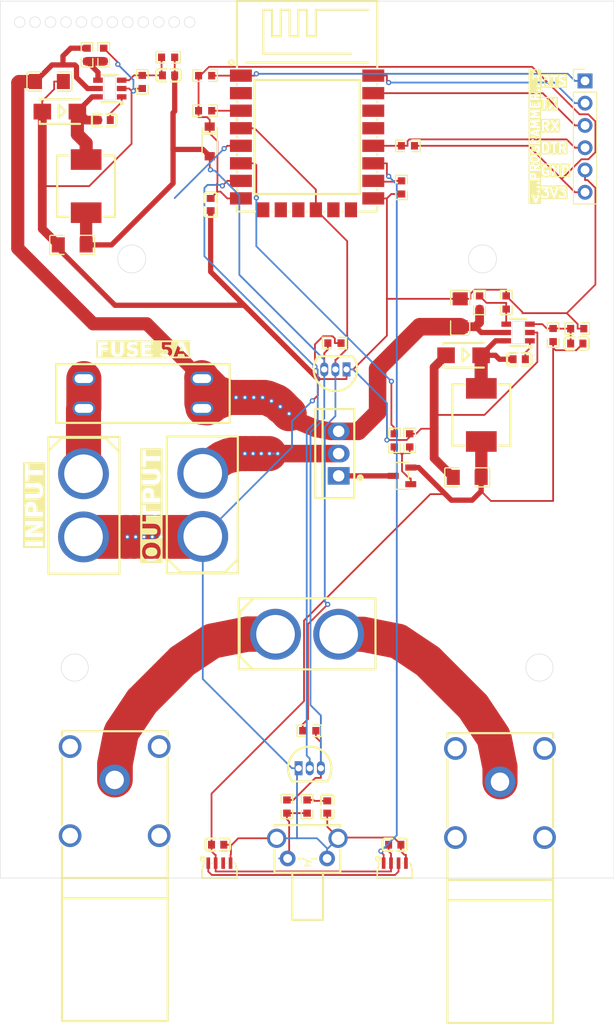
<source format=kicad_pcb>
(kicad_pcb (version 20240108) (generator "pcbnew") (generator_version "8.0")
  (layers (0 "F.Cu" signal) (31 "B.Cu" signal) (34 "B.Paste" user) (35 "F.Paste" user) (36 "B.SilkS" user "B.Silkscreen") (37 "F.SilkS" user "F.Silkscreen") (38 "B.Mask" user) (39 "F.Mask" user) (44 "Edge.Cuts" user))
  (net 0 "")
  (net 1 "Net-(D1-K)")
  (net 2 "Net-(U2-BST)")
  (net 3 "GND")
  (net 4 "/3V3")
  (net 5 "Net-(U2-FB)")
  (net 6 "/36V")
  (net 7 "/PRGM_3V3")
  (net 8 "Net-(U5-BST)")
  (net 9 "Net-(D2-K)")
  (net 10 "/5V")
  (net 11 "Net-(U5-FB)")
  (net 12 "Net-(C12-Pad2)")
  (net 17 "/XYS_NOUT")
  (net 18 "/XYS_POUT")
  (net 23 "/36V_IN")
  (net 24 "/DTR")
  (net 25 "/TXD0")
  (net 26 "/RXD0")
  (net 27 "/RTS")
  (net 28 "Net-(LED1-DOUT)")
  (net 29 "/WS_CTRL")
  (net 31 "/36V_BUCK_C")
  (net 32 "/CTRL_XYS")
  (net 33 "Net-(Q2-G)")
  (net 34 "Net-(U2-EN)")
  (net 35 "Net-(U5-EN)")
  (net 36 "/TEMP_S")
  (net 37 "/BUTTON_1")
  (net 38 "/TEMP_S2")
  (net 39 "Net-(U1-EN)")
  (net 40 "Net-(U1-GPIO15)")
  (net 41 "/CTRL_AO3400")
  (footprint "easyeda2kicad:ANT-TH_L33.0-W12.0_BLACK" (layer "F.Cu") (at 173.68 128.84 90)
    (property "Reference" "CN1" (hide yes))
    (property "Value" "24.245.2" (hide yes))
  )
  (footprint "easyeda2kicad:C0603" (layer "F.Cu") (at 161.68 134.735 180)
    (property "Reference" "C11" (hide yes))
    (property "Value" "100nF" (hide yes))
  )
  (footprint "easyeda2kicad:SOD-123_L2.8-W1.8-LS3.7-RD" (layer "F.Cu") (at 140.57 54.535 -90)
    (property "Reference" "D3" (hide yes))
    (property "Value" "1N5819" (hide yes))
  )
  (footprint "easyeda2kicad:LED-SMD_WS2812B-4020" (layer "F.Cu") (at 141.68 136.835 180)
    (property "Reference" "LED2" (hide yes))
    (property "Value" "WS2812B-4020" (hide yes))
  )
  (footprint "easyeda2kicad:C0603" (layer "F.Cu") (at 141.48 134.735 180)
    (property "Reference" "C10" (hide yes))
    (property "Value" "100nF" (hide yes))
  )
  (footprint "easyeda2kicad:ANT-TH_L33.0-W12.0_BLACK" (layer "F.Cu") (at 129.73 128.625 90)
    (property "Reference" "CN2" (hide yes))
    (property "Value" "24.245.2" (hide yes))
  )
  (footprint "easyeda2kicad:SMA_L4.2-W2.7-LS5.1-RD" (layer "F.Cu") (at 169.53 78.925 180)
    (property "Reference" "D2" (hide yes))
    (property "Value" "SS24_C908678" (hide yes))
  )
  (footprint "easyeda2kicad:C0603" (layer "F.Cu") (at 175.87 79.375 180)
    (property "Reference" "C6" (hide yes))
    (property "Value" "100nF" (hide yes))
  )
  (footprint "easyeda2kicad:IND-SMD_L7.0-W6.6_0630CDMCCDS" (layer "F.Cu") (at 126.48 59.635 90)
    (property "Reference" "L1" (hide yes))
    (property "Value" "0630 2.2uH" (hide yes))
  )
  (footprint "easyeda2kicad:R0603" (layer "F.Cu") (at 135.83 44.945 180)
    (property "Reference" "R2" (hide yes))
    (property "Value" "124k" (hide yes))
  )
  (footprint "easyeda2kicad:TO-92-3_L4.9-W3.7-P1.27-L" (layer "F.Cu") (at 154.91 80.535 180)
    (property "Reference" "U7" (hide yes))
    (property "Value" "DS18B20" (hide yes))
  )
  (footprint "easyeda2kicad:SMA_L4.2-W2.7-LS5.1-RD" (layer "F.Cu") (at 123.48 51.135 180)
    (property "Reference" "D1" (hide yes))
    (property "Value" "SS24_C908678" (hide yes))
  )
  (footprint "easyeda2kicad:WIFIM-SMD_ESP-12F-ESP8266MOD" (layer "F.Cu") (at 151.68 54.685 -90)
    (property "Reference" "U1" (hide yes))
    (property "Value" "ESP-12F(ESP8266MOD)" (hide yes))
  )
  (footprint "easyeda2kicad:TO-92-3_L4.9-W3.7-P1.27-L" (layer "F.Cu") (at 151.98 126.0168)
    (property "Reference" "U3" (hide yes))
    (property "Value" "DS18B20" (hide yes))
  )
  (footprint "easyeda2kicad:R0603" (layer "F.Cu") (at 182.49 75.885 180)
    (property "Reference" "R4" (hide yes))
    (property "Value" "24k" (hide yes))
  )
  (footprint "easyeda2kicad:SOT-23-6_L2.9-W1.6-P0.95-LS2.8-BR" (layer "F.Cu") (at 129.18 48.505)
    (property "Reference" "U2" (hide yes))
    (property "Value" "MP2451DT-LF-Z" (hide yes))
  )
  (footprint "easyeda2kicad:R0603" (layer "F.Cu") (at 171.35 72.905 90)
    (property "Reference" "R5" (hide yes))
    (property "Value" "100k" (hide yes))
  )
  (footprint "easyeda2kicad:C0603" (layer "F.Cu") (at 182.44 77.585)
    (property "Reference" "C7" (hide yes))
    (property "Value" "33pF" (hide yes))
  )
  (footprint "easyeda2kicad:R0603" (layer "F.Cu") (at 140.05 51.035 180)
    (property "Reference" "R13" (hide yes))
    (property "Value" "10K" (hide yes))
  )
  (footprint "easyeda2kicad:R0603" (layer "F.Cu") (at 163.38 88.625 -90)
    (property "Reference" "R18" (hide yes))
    (property "Value" "10k" (hide yes))
  )
  (footprint "easyeda2kicad:C0603" (layer "F.Cu") (at 135.88 47.005)
    (property "Reference" "C3" (hide yes))
    (property "Value" "33pF" (hide yes))
  )
  (footprint "easyeda2kicad:R0603" (layer "F.Cu") (at 140.05 47.035)
    (property "Reference" "R16" (hide yes))
    (property "Value" "10K" (hide yes))
  )
  (footprint "easyeda2kicad:LED-SMD_WS2812B-4020" (layer "F.Cu") (at 161.68 136.835 180)
    (property "Reference" "LED1" (hide yes))
    (property "Value" "WS2812B-4020" (hide yes))
  )
  (footprint "easyeda2kicad:C0603" (layer "F.Cu") (at 128.53 52.105 180)
    (property "Reference" "C1" (hide yes))
    (property "Value" "100nF" (hide yes))
  )
  (footprint "easyeda2kicad:R0603" (layer "F.Cu") (at 126.58 44.655 -90)
    (property "Reference" "R3" (hide yes))
    (property "Value" "100k" (hide yes))
  )
  (footprint "easyeda2kicad:R0603" (layer "F.Cu") (at 162.45 59.785 -90)
    (property "Reference" "R14" (hide yes))
    (property "Value" "10K" (hide yes))
  )
  (footprint "easyeda2kicad:C1206" (layer "F.Cu") (at 122.29 47.705)
    (property "Reference" "C4" (hide yes))
    (property "Value" "4.7uF" (hide yes))
  )
  (footprint "easyeda2kicad:R0603" (layer "F.Cu") (at 154.8 77.535)
    (property "Reference" "R6" (hide yes))
    (property "Value" "4k7" (hide yes))
  )
  (footprint "Connector_PinHeader_2.54mm:PinHeader_1x06_P2.54mm_Vertical" (layer "F.Cu") (at 183.38 47.635)
    (property "Reference" "J1" (hide yes))
    (property "Value" "PROGRAMMER" (hide yes))
  )
  (footprint "easyeda2kicad:C0603" (layer "F.Cu") (at 140.68 61.735 90)
    (property "Reference" "C5" (hide yes))
    (property "Value" "100nF" (hide yes))
  )
  (footprint "easyeda2kicad:R0603" (layer "F.Cu") (at 149.38 130.385 -90)
    (property "Reference" "R8" (hide yes))
    (property "Value" "10K" (hide yes))
  )
  (footprint "easyeda2kicad:C1206" (layer "F.Cu") (at 169.14 74.075 90)
    (property "Reference" "C13" (hide yes))
    (property "Value" "4.7uF" (hide yes))
  )
  (footprint "easyeda2kicad:TO-220-3_L10.0-W4.5-P2.54-T" (layer "F.Cu") (at 155.28 90.135 180)
    (property "Reference" "Q1" (hide yes))
    (property "Value" "IRL540NPBF" (hide yes))
  )
  (footprint "easyeda2kicad:CONN-TH_XT60" (layer "F.Cu") (at 139.78 95.985 90)
    (property "Reference" "U6" (hide yes))
    (property "Value" "XT60" (hide yes))
  )
  (footprint "easyeda2kicad:SW-TH_BBJ" (layer "F.Cu") (at 151.71 135.1525)
    (property "Reference" "SW1" (hide yes))
    (property "Value" "Button-6x6x9-Right-Angle" (hide yes))
  )
  (footprint "easyeda2kicad:R0603" (layer "F.Cu") (at 179.74 76.615 90)
    (property "Reference" "R7" (hide yes))
    (property "Value" "124k" (hide yes))
  )
  (footprint "easyeda2kicad:R0603" (layer "F.Cu") (at 151.93 121.735 180)
    (property "Reference" "R12" (hide yes))
    (property "Value" "4k7" (hide yes))
  )
  (footprint "easyeda2kicad:IND-SMD_L7.0-W6.6_0630CDMCCDS" (layer "F.Cu") (at 171.55 85.725 90)
    (property "Reference" "L3" (hide yes))
    (property "Value" "0630 3.3uH" (hide yes))
  )
  (footprint "easyeda2kicad:C0603" (layer "F.Cu") (at 153.98 130.435 90)
    (property "Reference" "C12" (hide yes))
    (property "Value" "100nF" (hide yes))
  )
  (footprint "easyeda2kicad:C1206" (layer "F.Cu") (at 169.94 92.845 180)
    (property "Reference" "C8" (hide yes))
    (property "Value" "10uF" (hide yes))
  )
  (footprint "easyeda2kicad:R0603" (layer "F.Cu") (at 174.39 72.905 -90)
    (property "Reference" "R10" (hide yes))
    (property "Value" "100k" (hide yes))
  )
  (footprint "easyeda2kicad:SOT-23-6_L2.9-W1.6-P0.95-LS2.8-BR" (layer "F.Cu") (at 175.74 76.325)
    (property "Reference" "U5" (hide yes))
    (property "Value" "MP2451DT-LF-Z" (hide yes))
  )
  (footprint "easyeda2kicad:C1206" (layer "F.Cu") (at 124.89 66.335 180)
    (property "Reference" "C2" (hide yes))
    (property "Value" "10uF" (hide yes))
  )
  (footprint "easyeda2kicad:FUSE-TH_XF-508P-A-B" (layer "F.Cu") (at 132.95 83.285)
    (property "Reference" "FUSE1" (hide yes))
    (property "Value" "XF-508P-A-B" (hide yes))
  )
  (footprint "easyeda2kicad:R0603" (layer "F.Cu") (at 128.48 44.655 -90)
    (property "Reference" "R11" (hide yes))
    (property "Value" "100k" (hide yes))
  )
  (footprint "easyeda2kicad:R0603" (layer "F.Cu") (at 161.63 88.625 90)
    (property "Reference" "R17" (hide yes))
    (property "Value" "1k" (hide yes))
  )
  (footprint "easyeda2kicad:SOT-23-3_L2.9-W1.3-P1.90-LS2.4-BR" (layer "F.Cu") (at 162.505 92.675)
    (property "Reference" "Q2" (hide yes))
    (property "Value" "AO3400" (hide yes))
  )
  (footprint "easyeda2kicad:R0603" (layer "F.Cu") (at 151.68 130.385 -90)
    (property "Reference" "R9" (hide yes))
    (property "Value" "10K" (hide yes))
  )
  (footprint "easyeda2kicad:R0603" (layer "F.Cu") (at 132.88 47.755 90)
    (property "Reference" "R1" (hide yes))
    (property "Value" "40k" (hide yes))
  )
  (footprint "easyeda2kicad:CONN-TH_XT60" (layer "F.Cu") (at 126.18 96.035 -90)
    (property "Reference" "U4" (hide yes))
    (property "Value" "XT60" (hide yes))
  )
  (footprint "easyeda2kicad:CONN-TH_XT60" (layer "F.Cu") (at 151.68 110.735)
    (property "Reference" "U8" (hide yes))
    (property "Value" "XT60" (hide yes))
  )
  (footprint "easyeda2kicad:R0603" (layer "F.Cu") (at 163.18 55.035 180)
    (property "Reference" "R15" (hide yes))
    (property "Value" "10K" (hide yes))
  )
  (gr_circle (center 129.469338 40.935) (end 130.069338 41.035) (stroke (width 0.05)) (fill none) (layer "Edge.Cuts"))
  (gr_circle (center 138.28 40.935) (end 138.88 41.035) (stroke (width 0.05)) (fill none) (layer "Edge.Cuts"))
  (gr_circle (center 125.18 114.535) (end 126.73 114.535) (stroke (width 0.05)) (fill none) (layer "Edge.Cuts"))
  (gr_circle (center 118.896552 40.935) (end 119.496552 41.035) (stroke (width 0.05)) (fill none) (layer "Edge.Cuts"))
  (gr_rect (start 175.07 75.055) (end 176.43 77.595) (stroke (width 0.05)) (fill none) (layer "Edge.Cuts"))
  (gr_circle (center 134.755731 40.935) (end 135.355731 41.035) (stroke (width 0.05)) (fill none) (layer "Edge.Cuts"))
  (gr_circle (center 132.9936 40.935) (end 133.5936 41.035) (stroke (width 0.05)) (fill none) (layer "Edge.Cuts"))
  (gr_rect (start 116.68 38.535) (end 186.68 138.535) (stroke (width 0.05)) (fill none) (layer "Edge.Cuts"))
  (gr_circle (center 122.420814 40.935) (end 123.020814 41.035) (stroke (width 0.05)) (fill none) (layer "Edge.Cuts"))
  (gr_circle (center 136.517862 40.935) (end 137.117862 41.035) (stroke (width 0.05)) (fill none) (layer "Edge.Cuts"))
  (gr_circle (center 171.68 67.935) (end 173.28 67.935) (stroke (width 0.05)) (fill none) (layer "Edge.Cuts"))
  (gr_circle (center 178.18 114.535) (end 179.73 114.535) (stroke (width 0.05)) (fill none) (layer "Edge.Cuts"))
  (gr_circle (center 131.231469 40.935) (end 131.831469 41.035) (stroke (width 0.05)) (fill none) (layer "Edge.Cuts"))
  (gr_circle (center 125.945076 40.935) (end 126.545076 41.035) (stroke (width 0.05)) (fill none) (layer "Edge.Cuts"))
  (gr_rect (start 128.51 47.165) (end 129.82 49.805) (stroke (width 0.05)) (fill none) (layer "Edge.Cuts"))
  (gr_circle (center 131.68 67.935) (end 133.28 67.935) (stroke (width 0.05)) (fill none) (layer "Edge.Cuts"))
  (gr_circle (center 124.182945 40.935) (end 124.782945 41.035) (stroke (width 0.05)) (fill none) (layer "Edge.Cuts"))
  (gr_circle (center 127.707207 40.935) (end 128.307207 41.035) (stroke (width 0.05)) (fill none) (layer "Edge.Cuts"))
  (gr_circle (center 120.658683 40.935) (end 121.258683 41.035) (stroke (width 0.05)) (fill none) (layer "Edge.Cuts"))
  (gr_text "FUSE 5A" (at 132.9 79.335 0) (layer "F.SilkS" knockout) (effects (font (size 1.6 1.6) (thickness 0.24) (bold yes)) (justify bottom)))
  (gr_text "TX" (at 178.18 50.935 0) (layer "F.SilkS" knockout) (effects (font (size 1.1 1.1) (thickness 0.22) (bold yes)) (justify left bottom)))
  (gr_text "INPUT" (at 121.88 96.135 90) (layer "F.SilkS" knockout) (effects (font (size 2 2) (thickness 0.3) (bold yes)) (justify bottom)))
  (gr_text "OUTPUT" (at 135.28 96.135 90) (layer "F.SilkS" knockout) (effects (font (size 2 2) (thickness 0.3) (bold yes)) (justify bottom)))
  (gr_text "RX" (at 178.18 53.435 0) (layer "F.SilkS" knockout) (effects (font (size 1.1 1.1) (thickness 0.22) (bold yes)) (justify left bottom)))
  (gr_text "RTS" (at 178.18 48.335 0) (layer "F.SilkS" knockout) (effects (font (size 1.1 1.1) (thickness 0.22) (bold yes)) (justify left bottom)))
  (gr_text "GND" (at 178.18 58.535 0) (layer "F.SilkS" knockout) (effects (font (size 1.1 1.1) (thickness 0.22) (bold yes)) (justify left bottom)))
  (gr_text "3V3" (at 178.18 61.035 0) (layer "F.SilkS" knockout) (effects (font (size 1.1 1.1) (thickness 0.22) (bold yes)) (justify left bottom)))
  (gr_text "DTR " (at 178.18 55.935 0) (layer "F.SilkS" knockout) (effects (font (size 1.1 1.1) (thickness 0.22) (bold yes)) (justify left bottom)))
  (gr_text "<...PROGRAMMER...>" (at 178.28 61.835 90) (layer "F.SilkS" knockout) (effects (font (size 1 1) (thickness 0.2) (bold yes)) (justify left bottom)))
  (segment (start 126.45 52.105) (end 125.48 51.135) (width 1) (layer "F.Cu") (net 1))
  (segment (start 125.48 51.135) (end 125.48 53.725) (width 1.5) (layer "F.Cu") (net 1))
  (segment (start 127.16 49.455) (end 125.48 51.135) (width 0.6) (layer "F.Cu") (net 1))
  (segment (start 126.48 54.725) (end 126.48 56.605) (width 1.5) (layer "F.Cu") (net 1))
  (segment (start 127.83 52.105) (end 126.45 52.105) (width 1) (layer "F.Cu") (net 1))
  (segment (start 127.83 49.455) (end 127.16 49.455) (width 0.6) (layer "F.Cu") (net 1))
  (segment (start 125.48 53.725) (end 126.48 54.725) (width 1.5) (layer "F.Cu") (net 1))
  (segment (start 130.53 50.053) (end 129.678 50.905) (width 0.2) (layer "F.Cu") (net 2))
  (segment (start 130.53 49.455) (end 130.53 50.053) (width 0.2) (layer "F.Cu") (net 2))
  (segment (start 129.678 50.905) (end 129.23 51.3533) (width 0.2) (layer "F.Cu") (net 2))
  (segment (start 129.23 51.3533) (end 129.23 52.105) (width 0.2) (layer "F.Cu") (net 2))
  (segment (start 162.95 135.883) (end 162.777 135.883) (width 0.2) (layer "F.Cu") (net 3))
  (segment (start 142.99 134.843) (end 142.99 135.844) (width 0.2) (layer "F.Cu") (net 3))
  (segment (start 121.48 59.635) (end 121.48 64.515) (width 1) (layer "F.Cu") (net 3))
  (segment (start 155.21 134.002) (end 155.21 134.0025) (width 0.2) (layer "F.Cu") (net 3))
  (segment (start 177.942 79.69) (end 171.907 85.725) (width 0.2) (layer "F.Cu") (net 3))
  (segment (start 143.83 134.002) (end 142.99 134.843) (width 0.2) (layer "F.Cu") (net 3))
  (segment (start 161.562 133.918) (end 162.38 134.735) (width 0.2) (layer "F.Cu") (net 3))
  (segment (start 139.78 99.585) (end 139.712 99.585) (width 0.2) (layer "F.Cu") (net 3))
  (segment (start 129.88 99.635) (end 126.18 99.635) (width 5) (layer "F.Cu") (net 3))
  (segment (start 130.88 99.635) (end 131.142 99.635) (width 5) (layer "F.Cu") (net 3))
  (segment (start 131.382 48.505) (end 130.53 48.505) (width 0.2) (layer "F.Cu") (net 3))
  (segment (start 181.3 74.1212) (end 182.533 75.355) (width 0.2) (layer "F.Cu") (net 3))
  (segment (start 162.95 136.835) (end 162.95 135.883) (width 0.2) (layer "F.Cu") (net 3))
  (segment (start 130.092 45.5175) (end 130.092 45.7464) (width 0.2) (layer "F.Cu") (net 3))
  (segment (start 171.907 85.725) (end 166.17 85.725) (width 0.2) (layer "F.Cu") (net 3))
  (segment (start 142.882 134.735) (end 142.18 134.735) (width 0.2) (layer "F.Cu") (net 3))
  (segment (start 134.98 99.635) (end 134.942 99.635) (width 0.2) (layer "F.Cu") (net 3))
  (segment (start 183.668 58.9467) (end 184.564 59.8429) (width 0.2) (layer "F.Cu") (net 3))
  (segment (start 184.564 59.8429) (end 184.564 70.8566) (width 0.2) (layer "F.Cu") (net 3))
  (segment (start 126.826 59.635) (end 131.657 54.8047) (width 0.2) (layer "F.Cu") (net 3))
  (segment (start 131.233 73.2209) (end 129.7659 73.2209) (width 0.6) (layer "F.Cu") (net 3))
  (segment (start 133.968 99.635) (end 133.08 99.635) (width 5) (layer "F.Cu") (net 3))
  (segment (start 159.23 61.035) (end 160.782 61.035) (width 0.2) (layer "F.Cu") (net 3))
  (segment (start 135.68 99.635) (end 134.98 99.635) (width 0.2) (layer "F.Cu") (net 3))
  (segment (start 123.3 66.755) (end 123.3 66.335) (width 0.6) (layer "F.Cu") (net 3))
  (segment (start 144.504 73.2209) (end 143.38 73.2209) (width 0.6) (layer "F.Cu") (net 3))
  (segment (start 170.307 72.485) (end 170.307 71.918) (width 0.2) (layer "F.Cu") (net 3))
  (segment (start 129.7659 73.2209) (end 123.3 66.755) (width 0.6) (layer "F.Cu") (net 3))
  (segment (start 122.833 47.705) (end 123.88 47.705) (width 0.2) (layer "F.Cu") (net 3))
  (segment (start 160.782 72.485) (end 160.782 61.035) (width 0.2) (layer "F.Cu") (net 3))
  (segment (start 133.08 99.635) (end 132.83 99.635) (width 5) (layer "F.Cu") (net 3))
  (segment (start 164.112 87.875) (end 163.746 87.875) (width 0.2) (layer "F.Cu") (net 3))
  (segment (start 140.68 62.435) (end 140.68 69.3968) (width 0.6) (layer "F.Cu") (net 3))
  (segment (start 148.21 134.0025) (end 148.21 134.002) (width 0.2) (layer "F.Cu") (net 3))
  (segment (start 131.657 54.8047) (end 131.657 48.78) (width 0.2) (layer "F.Cu") (net 3))
  (segment (start 160.782 76.685) (end 156.932 80.535) (width 0.2) (layer "F.Cu") (net 3))
  (segment (start 133.968 99.635) (end 134.03 99.635) (width 0.2) (layer "F.Cu") (net 3))
  (segment (start 183.38 58.9467) (end 183.668 58.9467) (width 0.2) (layer "F.Cu") (net 3))
  (segment (start 176.238 74.1212) (end 181.3 74.1212) (width 0.2) (layer "F.Cu") (net 3))
  (segment (start 163.746 87.875) (end 163.38 87.875) (width 0.2) (layer "F.Cu") (net 3))
  (segment (start 131.18 99.635) (end 131.142 99.635) (width 0.2) (layer "F.Cu") (net 3))
  (segment (start 131.657 48.78) (end 131.382 48.505) (width 0.2) (layer "F.Cu") (net 3))
  (segment (start 162.777 135.883) (end 162.38 135.487) (width 0.2) (layer "F.Cu") (net 3))
  (segment (start 139.712 99.585) (end 139.662 99.635) (width 0.2) (layer "F.Cu") (net 3))
  (segment (start 121.48 59.635) (end 126.826 59.635) (width 0.2) (layer "F.Cu") (net 3))
  (segment (start 155.21 133.918) (end 161.562 133.918) (width 0.2) (layer "F.Cu") (net 3))
  (segment (start 121.48 51.135) (end 121.48 49.9333) (width 0.2) (layer "F.Cu") (net 3))
  (segment (start 122.833 48.58) (end 122.833 47.705) (width 0.2) (layer "F.Cu") (net 3))
  (segment (start 160.782 72.485) (end 160.782 76.685) (width 0.2) (layer "F.Cu") (net 3))
  (segment (start 166.17 87.2975) (end 166.17 90.665) (width 1) (layer "F.Cu") (net 3))
  (segment (start 134.73 99.635) (end 134.942 99.635) (width 5) (layer "F.Cu") (net 3))
  (segment (start 142.99 134.843) (end 142.882 134.735) (width 0.2) (layer "F.Cu") (net 3))
  (segment (start 121.48 64.515) (end 123.3 66.335) (width 1) (layer "F.Cu") (net 3))
  (segment (start 183.38 57.795) (end 183.38 58.9467) (width 0.2) (layer "F.Cu") (net 3))
  (segment (start 156.18 81.6367) (end 152.92 81.6367) (width 0.2) (layer "F.Cu") (net 3))
  (segment (start 155.21 134.002) (end 155.21 133.918) (width 0.2) (layer "F.Cu") (net 3))
  (segment (start 166.17 80.285) (end 166.17 85.725) (width 1) (layer "F.Cu") (net 3))
  (segment (start 166.17 85.725) (end 166.17 87.2975) (width 1) (layer "F.Cu") (net 3))
  (segment (start 162.45 60.535) (end 161.282 60.535) (width 0.2) (layer "F.Cu") (net 3))
  (segment (start 176.238 74.0033) (end 176.238 74.1212) (width 0.2) (layer "F.Cu") (net 3))
  (segment (start 164.689 87.2975) (end 164.112 87.875) (width 0.2) (layer "F.Cu") (net 3))
  (segment (start 121.48 49.9333) (end 122.833 48.58) (width 0.2) (layer "F.Cu") (net 3))
  (segment (start 182.533 75.355) (end 182.533 75.885) (width 0.2) (layer "F.Cu") (net 3))
  (segment (start 131.98 99.635) (end 132.13 99.635) (width 0.2) (layer "F.Cu") (net 3))
  (segment (start 152.92 83.4775) (end 152.286 84.1109) (width 0.2) (layer "F.Cu") (net 3))
  (segment (start 169.14 72.485) (end 170.307 72.485) (width 0.2) (layer "F.Cu") (net 3))
  (segment (start 170.776 71.4483) (end 174.39 71.4483) (width 0.2) (layer "F.Cu") (net 3))
  (segment (start 121.48 51.135) (end 121.48 59.635) (width 1) (layer "F.Cu") (net 3))
  (segment (start 132.148 48.505) (end 131.873 48.78) (width 0.2) (layer "F.Cu") (net 3))
  (segment (start 174.39 72.155) (end 176.238 74.0033) (width 0.2) (layer "F.Cu") (net 3))
  (segment (start 132.88 48.505) (end 132.148 48.505) (width 0.2) (layer "F.Cu") (net 3))
  (segment (start 161.282 60.535) (end 160.782 61.035) (width 0.2) (layer "F.Cu") (net 3))
  (segment (start 156.18 80.535) (end 156.18 81.6367) (width 0.2) (layer "F.Cu") (net 3))
  (segment (start 140.68 69.3968) (end 143.942 72.6588) (width 0.6) (layer "F.Cu") (net 3))
  (segment (start 132.13 99.635) (end 132.83 99.635) (width 0.2) (layer "F.Cu") (net 3))
  (segment (start 139.662 99.635) (end 135.68 99.635) (width 5) (layer "F.Cu") (net 3))
  (segment (start 174.39 71.4483) (end 174.39 72.155) (width 0.2) (layer "F.Cu") (net 3))
  (segment (start 148.21 134.002) (end 143.83 134.002) (width 0.2) (layer "F.Cu") (net 3))
  (segment (start 169.14 72.485) (end 160.782 72.485) (width 0.2) (layer "F.Cu") (net 3))
  (segment (start 131.98 99.635) (end 131.93 99.635) (width 5) (layer "F.Cu") (net 3))
  (segment (start 166.17 90.665) (end 168.35 92.845) (width 1) (layer "F.Cu") (net 3))
  (segment (start 162.38 135.487) (end 162.38 134.735) (width 0.2) (layer "F.Cu") (net 3))
  (segment (start 163.746 87.875) (end 163.039 88.5817) (width 0.2) (layer "F.Cu") (net 3))
  (segment (start 163.039 88.5817) (end 160.786 88.5817) (width 0.2) (layer "F.Cu") (net 3))
  (segment (start 177.09 76.325) (end 177.942 76.325) (width 0.2) (layer "F.Cu") (net 3))
  (segment (start 182.533 75.885) (end 183.24 75.885) (width 0.2) (layer "F.Cu") (net 3))
  (segment (start 167.53 78.925) (end 166.17 80.285) (width 1) (layer "F.Cu") (net 3))
  (segment (start 177.942 76.325) (end 177.942 79.69) (width 0.2) (layer "F.Cu") (net 3))
  (segment (start 170.307 71.918) (end 170.776 71.4483) (width 0.2) (layer "F.Cu") (net 3))
  (segment (start 129.88 99.635) (end 130.88 99.635) (width 0.2) (layer "F.Cu") (net 3))
  (segment (start 156.932 80.535) (end 156.18 80.535) (width 0.2) (layer "F.Cu") (net 3))
  (segment (start 142.99 135.844) (end 142.95 135.883) (width 0.2) (layer "F.Cu") (net 3))
  (segment (start 143.942 72.6588) (end 152.92 81.6367) (width 0.6) (layer "F.Cu") (net 3))
  (segment (start 153.98 132.688) (end 153.98 131.135) (width 0.2) (layer "F.Cu") (net 3))
  (segment (start 142.95 135.883) (end 142.95 136.835) (width 0.2) (layer "F.Cu") (net 3))
  (segment (start 134.03 99.635) (end 134.73 99.635) (width 0.2) (layer "F.Cu") (net 3))
  (segment (start 131.873 48.78) (end 131.657 48.78) (width 0.2) (layer "F.Cu") (net 3))
  (segment (start 166.17 87.2975) (end 164.689 87.2975) (width 0.2) (layer "F.Cu") (net 3))
  (segment (start 143.38 73.2209) (end 131.233 73.2209) (width 0.6) (layer "F.Cu") (net 3))
  (segment (start 128.48 43.905) (end 130.092 45.5175) (width 0.2) (layer "F.Cu") (net 3))
  (segment (start 155.21 133.918) (end 153.98 132.688) (width 0.2) (layer "F.Cu") (net 3))
  (segment (start 152.92 81.6367) (end 152.92 83.4775) (width 0.2) (layer "F.Cu") (net 3))
  (segment (start 131.93 99.635) (end 131.18 99.635) (width 0.2) (layer "F.Cu") (net 3))
  (segment (start 184.564 70.8566) (end 181.3 74.1212) (width 0.2) (layer "F.Cu") (net 3))
  (via (at 131.873 48.78) (size 0.6) (drill 0.3) (layers "F.Cu" "B.Cu") (net 3))
  (via (at 130.092 45.7464) (size 0.6) (drill 0.3) (layers "F.Cu" "B.Cu") (net 3))
  (via (at 134.03 99.635) (size 0.6) (drill 0.3) (layers "F.Cu" "B.Cu") (net 3))
  (via (at 131.18 99.635) (size 0.6) (drill 0.3) (layers "F.Cu" "B.Cu") (net 3))
  (via (at 134.98 99.635) (size 0.6) (drill 0.3) (layers "F.Cu" "B.Cu") (net 3))
  (via (at 160.786 88.5817) (size 0.6) (drill 0.3) (layers "F.Cu" "B.Cu") (net 3))
  (via (at 132.13 99.635) (size 0.6) (drill 0.3) (layers "F.Cu" "B.Cu") (net 3))
  (via (at 152.286 84.1109) (size 0.6) (drill 0.3) (layers "F.Cu" "B.Cu") (net 3))
  (via (at 133.08 99.635) (size 0.6) (drill 0.3) (layers "F.Cu" "B.Cu") (net 3))
  (segment (start 149.965 89.4001) (end 139.78 99.585) (width 0.2) (layer "B.Cu") (net 3))
  (segment (start 139.78 115.838) (end 139.78 99.585) (width 0.2) (layer "B.Cu") (net 3))
  (segment (start 150.528 126.017) (end 149.958 126.017) (width 0.2) (layer "B.Cu") (net 3))
  (segment (start 155.2098 134.0022) (end 155.21 134.002) (width 0.2) (layer "B.Cu") (net 3))
  (segment (start 153.96 136.3025) (end 153.96 136.302) (width 0.2) (layer "B.Cu") (net 3))
  (segment (start 150.7098 126.017) (end 150.528 126.017) (width 0.2) (layer "B.Cu") (net 3))
  (segment (start 156.18 80.535) (end 156.932 80.535) (width 0.2) (layer "B.Cu") (net 3))
  (segment (start 154.06 135.152) (end 155.2098 134.0022) (width 0.2) (layer "B.Cu") (net 3))
  (segment (start 153.96 135.152) (end 153.96 136.302) (width 0.2) (layer "B.Cu") (net 3))
  (segment (start 150.528 134.002) (end 152.81 134.002) (width 0.2) (layer "B.Cu") (net 3))
  (segment (start 150.71 126.017) (end 150.7098 126.017) (width 0.2) (layer "B.Cu") (net 3))
  (segment (start 148.21 134.002) (end 150.528 134.002) (width 0.2) (layer "B.Cu") (net 3))
  (segment (start 152.286 84.1109) (end 149.965 86.4325) (width 0.2) (layer "B.Cu") (net 3))
  (segment (start 153.96 135.152) (end 154.06 135.152) (width 0.2) (layer "B.Cu") (net 3))
  (segment (start 131.873 47.5269) (end 131.873 48.78) (width 0.2) (layer "B.Cu") (net 3))
  (segment (start 150.528 126.017) (end 150.528 134.002) (width 0.2) (layer "B.Cu") (net 3))
  (segment (start 150.7098 126.017) (end 150.71 126.0168) (width 0.2) (layer "B.Cu") (net 3))
  (segment (start 155.21 134.0025) (end 155.2098 134.0023) (width 0.2) (layer "B.Cu") (net 3))
  (segment (start 155.2098 134.0023) (end 155.2098 134.0022) (width 0.2) (layer "B.Cu") (net 3))
  (segment (start 160.786 84.3895) (end 160.786 88.5817) (width 0.2) (layer "B.Cu") (net 3))
  (segment (start 130.092 45.7464) (end 131.873 47.5269) (width 0.2) (layer "B.Cu") (net 3))
  (segment (start 152.81 134.002) (end 153.96 135.152) (width 0.2) (layer "B.Cu") (net 3))
  (segment (start 149.965 86.4325) (end 149.965 89.4001) (width 0.2) (layer "B.Cu") (net 3))
  (segment (start 148.21 134.0025) (end 148.21 134.002) (width 0.2) (layer "B.Cu") (net 3))
  (segment (start 149.958 126.017) (end 139.78 115.838) (width 0.2) (layer "B.Cu") (net 3))
  (segment (start 156.932 80.535) (end 160.786 84.3895) (width 0.2) (layer "B.Cu") (net 3))
  (segment (start 153.25 123.037) (end 152.68 122.467) (width 0.2) (layer "F.Cu") (net 4))
  (segment (start 153.25 127.118) (end 153.25 126.0168) (width 0.2) (layer "F.Cu") (net 4))
  (segment (start 149.38 129.635) (end 150.112 129.635) (width 0.2) (layer "F.Cu") (net 4))
  (segment (start 136.58 47.005) (end 136.58 44.945) (width 0.2) (layer "F.Cu") (net 4))
  (segment (start 153.64 78.6767) (end 153.64 80.535) (width 0.2) (layer "F.Cu") (net 4))
  (segment (start 140.57 56.225) (end 139.793 55.4483) (width 0.6) (layer "F.Cu") (net 4))
  (segment (start 152.68 122.467) (end 152.68 121.735) (width 0.2) (layer "F.Cu") (net 4))
  (segment (start 154.05 78.2667) (end 153.64 78.6767) (width 0.2) (layer "F.Cu") (net 4))
  (segment (start 136.395 51.2733) (end 136.58 51.0883) (width 0.6) (layer "F.Cu") (net 4))
  (segment (start 129.38 66.335) (end 136.395 59.32) (width 0.6) (layer "F.Cu") (net 4))
  (segment (start 136.395 55.4483) (end 136.395 51.2733) (width 0.6) (layer "F.Cu") (net 4))
  (segment (start 152.628 127.118) (end 153.25 127.118) (width 0.2) (layer "F.Cu") (net 4))
  (segment (start 136.58 51.0883) (end 136.58 47.005) (width 0.6) (layer "F.Cu") (net 4))
  (segment (start 139.793 55.4483) (end 136.395 55.4483) (width 0.6) (layer "F.Cu") (net 4))
  (segment (start 126.48 66.335) (end 126.48 62.665) (width 1.4) (layer "F.Cu") (net 4))
  (segment (start 140.57 57.6852) (end 140.653 57.7685) (width 0.2) (layer "F.Cu") (net 4))
  (segment (start 136.395 55.4483) (end 136.395 51.2733) (width 0.6) (layer "F.Cu") (net 4))
  (segment (start 140.57 56.225) (end 140.57 57.6852) (width 0.2) (layer "F.Cu") (net 4))
  (segment (start 126.48 66.335) (end 129.38 66.335) (width 0.6) (layer "F.Cu") (net 4))
  (segment (start 153.25 126.0168) (end 153.25 123.037) (width 0.2) (layer "F.Cu") (net 4))
  (segment (start 154.05 77.535) (end 154.05 78.2667) (width 0.2) (layer "F.Cu") (net 4))
  (segment (start 136.395 59.32) (end 136.395 55.4483) (width 0.6) (layer "F.Cu") (net 4))
  (segment (start 150.112 129.635) (end 152.628 127.118) (width 0.2) (layer "F.Cu") (net 4))
  (via (at 140.653 57.7685) (size 0.6) (drill 0.3) (layers "F.Cu" "B.Cu") (net 4))
  (segment (start 153.64 86.1266) (end 152.067 87.7) (width 0.2) (layer "B.Cu") (net 4))
  (segment (start 153.64 80.535) (end 153.64 79.4333) (width 0.2) (layer "B.Cu") (net 4))
  (segment (start 143.954 60.6726) (end 141.133 57.8518) (width 0.2) (layer "B.Cu") (net 4))
  (segment (start 140.736 57.8518) (end 140.736 57.8517) (width 0.2) (layer "B.Cu") (net 4))
  (segment (start 153.64 80.535) (end 153.64 86.1266) (width 0.2) (layer "B.Cu") (net 4))
  (segment (start 153.25 120.002) (end 153.25 126.0168) (width 0.2) (layer "B.Cu") (net 4))
  (segment (start 153.25 126.0168) (end 153.25 126.017) (width 0.2) (layer "B.Cu") (net 4))
  (segment (start 152.067 118.819) (end 153.25 120.002) (width 0.2) (layer "B.Cu") (net 4))
  (segment (start 141.133 57.8518) (end 140.736 57.8518) (width 0.2) (layer "B.Cu") (net 4))
  (segment (start 152.067 87.7) (end 152.067 118.819) (width 0.2) (layer "B.Cu") (net 4))
  (segment (start 140.736 57.8517) (end 140.653 57.7685) (width 0.2) (layer "B.Cu") (net 4))
  (segment (start 153.64 79.4333) (end 143.954 69.7473) (width 0.2) (layer "B.Cu") (net 4))
  (segment (start 143.954 69.7473) (end 143.954 60.6726) (width 0.2) (layer "B.Cu") (net 4))
  (segment (start 135.08 47.005) (end 132.88 47.005) (width 0.2) (layer "F.Cu") (net 5))
  (segment (start 135.08 47.005) (end 135.18 47.005) (width 0.2) (layer "F.Cu") (net 5))
  (segment (start 132.88 47.005) (end 131.932 47.005) (width 0.2) (layer "F.Cu") (net 5))
  (segment (start 131.382 47.555) (end 130.53 47.555) (width 0.2) (layer "F.Cu") (net 5))
  (segment (start 135.08 44.945) (end 135.08 47.005) (width 0.2) (layer "F.Cu") (net 5))
  (segment (start 131.932 47.005) (end 131.382 47.555) (width 0.2) (layer "F.Cu") (net 5))
  (segment (start 133.395 75.335) (end 139.68 81.6197) (width 1.5) (layer "F.Cu") (net 6))
  (segment (start 147.725 84.0343) (end 147.732 84.0374) (width 4) (layer "F.Cu") (net 6))
  (segment (start 147.709 84.028) (end 147.725 84.0343) (width 4) (layer "F.Cu") (net 6))
  (segment (start 139.68 84.9846) (end 139.68 84.985) (width 0.2) (layer "F.Cu") (net 6))
  (segment (start 149.599 85.5538) (end 149.586 85.5412) (width 4) (layer "F.Cu") (net 6))
  (segment (start 140.845 84.837) (end 141.405 84.277) (width 0.2) (layer "F.Cu") (net 6))
  (segment (start 142.48 83.735) (end 142.314 83.9007) (width 0.2) (layer "F.Cu") (net 6))
  (segment (start 169.14 75.665) (end 164.54 75.665) (width 2) (layer "F.Cu") (net 6))
  (segment (start 148.118 84.1973) (end 148.131 84.2025) (width 4) (layer "F.Cu") (net 6))
  (segment (start 159.72 85.415) (end 157.54 87.595) (width 2) (layer "F.Cu") (net 6))
  (segment (start 148.137 84.2049) (end 148.141 84.2068) (width 4) (layer "F.Cu") (net 6))
  (segment (start 145.597 83.735) (end 144.588 83.735) (width 4) (layer "F.Cu") (net 6))
  (segment (start 122.59 45.815) (end 123.84 45.815) (width 0.6) (layer "F.Cu") (net 6))
  (segment (start 147.823 84.0752) (end 147.854 84.0877) (width 4) (layer "F.Cu") (net 6))
  (segment (start 124.73 43.905) (end 123.84 44.795) (width 0.6) (layer "F.Cu") (net 6))
  (segment (start 170.88 75.665) (end 169.14 75.665) (width 1) (layer "F.Cu") (net 6))
  (segment (start 140.277 84.9241) (end 140.488 84.837) (width 4) (layer "F.Cu") (net 6))
  (segment (start 148.057 84.1721) (end 148.1 84.1897) (width 4) (layer "F.Cu") (net 6))
  (segment (start 148.1 84.1897) (end 148.118 84.1973) (width 4) (layer "F.Cu") (net 6))
  (segment (start 140.488 84.837) (end 140.845 84.837) (width 0.2) (layer "F.Cu") (net 6))
  (segment (start 157.54 87.595) (end 155.28 87.595) (width 2) (layer "F.Cu") (net 6))
  (segment (start 149.619 85.5741) (end 149.616 85.5709) (width 4) (layer "F.Cu") (net 6))
  (segment (start 149.616 85.5709) (end 149.611 85.5662) (width 4) (layer "F.Cu") (net 6))
  (segment (start 139.68 81.6197) (end 139.68 81.585) (width 0.2) (layer "F.Cu") (net 6))
  (segment (start 147.763 84.05) (end 147.823 84.0752) (width 4) (layer "F.Cu") (net 6))
  (segment (start 118.68 47.835) (end 118.68 66.735) (width 1.5) (layer "F.Cu") (net 6))
  (segment (start 149.586 85.5412) (end 149.574 85.5288) (width 4) (layer "F.Cu") (net 6))
  (segment (start 147.702 84.0248) (end 147.709 84.028) (width 4) (layer "F.Cu") (net 6))
  (segment (start 159.72 80.485) (end 159.72 85.415) (width 2) (layer "F.Cu") (net 6))
  (segment (start 149.505 85.46) (end 148.778 84.733) (width 4) (layer "F.Cu") (net 6))
  (segment (start 120.7 47.705) (end 118.81 47.705) (width 1.5) (layer "F.Cu") (net 6))
  (segment (start 149.569 85.5241) (end 149.566 85.5209) (width 4) (layer "F.Cu") (net 6))
  (segment (start 148.674 84.629) (end 148.674 84.733) (width 0.2) (layer "F.Cu") (net 6))
  (segment (start 127.28 75.335) (end 133.395 75.335) (width 1.5) (layer "F.Cu") (net 6))
  (segment (start 148.15 84.2106) (end 148.152 84.2111) (width 4) (layer "F.Cu") (net 6))
  (segment (start 147.702 84.0248) (end 147.667 84.0483) (width 4) (layer "F.Cu") (net 6))
  (segment (start 149.628 85.5834) (end 149.63 85.585) (width 2) (layer "F.Cu") (net 6))
  (segment (start 143.147 83.735) (end 142.48 83.735) (width 0.2) (layer "F.Cu") (net 6))
  (segment (start 148.146 84.2087) (end 148.15 84.2106) (width 4) (layer "F.Cu") (net 6))
  (segment (start 118.81 47.705) (end 118.68 47.835) (width 1.5) (layer "F.Cu") (net 6))
  (segment (start 149.63 85.585) (end 149.992 85.9466) (width 2) (layer "F.Cu") (net 6))
  (segment (start 140.258 82.1632) (end 140.223 82.1632) (width 0.2) (layer "F.Cu") (net 6))
  (segment (start 142.314 83.9007) (end 141.405 84.277) (width 4) (layer "F.Cu") (net 6))
  (segment (start 145.597 83.735) (end 146.605 83.735) (width 4) (layer "F.Cu") (net 6))
  (segment (start 148.778 84.733) (end 148.674 84.733) (width 4) (layer "F.Cu") (net 6))
  (segment (start 140.488 84.837) (end 140.698 84.7499) (width 4) (layer "F.Cu") (net 6))
  (segment (start 149.563 85.5178) (end 149.553 85.5084) (width 4) (layer "F.Cu") (net 6))
  (segment (start 148.131 84.2025) (end 148.132 84.203) (width 4) (layer "F.Cu") (net 6))
  (segment (start 147.613 84.14) (end 147.64 84.1131) (width 0.2) (layer "F.Cu") (net 6))
  (segment (start 125.38 47.235) (end 126.65 48.505) (width 0.6) (layer "F.Cu") (net 6))
  (segment (start 147.64 84.1131) (end 147.667 84.0483) (width 0.2) (layer "F.Cu") (net 6))
  (segment (start 139.68 84.3759) (end 139.68 81.6887) (width 4) (layer "F.Cu") (net 6))
  (segment (start 146.605 83.735) (end 146.804 83.735) (width 4) (layer "F.Cu") (net 6))
  (segment (start 139.68 81.5475) (end 139.666 81.4754) (width 4) (layer "F.Cu") (net 6))
  (segment (start 149.611 85.5662) (end 149.599 85.5538) (width 4) (layer "F.Cu") (net 6))
  (segment (start 147.632 83.9958) (end 147.667 84.0483) (width 0.2) (layer "F.Cu") (net 6))
  (segment (start 171.54 76.325) (end 170.88 75.665) (width 0.6) (layer "F.Cu") (net 6))
  (segment (start 171.35 75.195) (end 170.88 75.665) (width 1) (layer "F.Cu") (net 6))
  (segment (start 171.35 73.655) (end 171.35 75.195) (width 1) (layer "F.Cu") (net 6))
  (segment (start 148.155 84.2125) (end 148.464 84.4189) (width 4) (layer "F.Cu") (net 6))
  (segment (start 147.732 84.0374) (end 147.763 84.05) (width 4) (layer "F.Cu") (net 6))
  (segment (start 149.992 85.9466) (end 150.825 86.5037) (width 2) (layer "F.Cu") (net 6))
  (segment (start 147.185 83.811) (end 147.632 83.9958) (width 4) (layer "F.Cu") (net 6))
  (segment (start 147.632 83.9958) (end 147.702 84.0248) (width 4) (layer "F.Cu") (net 6))
  (segment (start 147.854 84.0877) (end 147.861 84.0909) (width 4) (layer "F.Cu") (net 6))
  (segment (start 149.538 85.4928) (end 149.522 85.4772) (width 4) (layer "F.Cu") (net 6))
  (segment (start 118.68 66.735) (end 127.28 75.335) (width 1.5) (layer "F.Cu") (net 6))
  (segment (start 139.68 81.6203) (end 139.68 81.6197) (width 4) (layer "F.Cu") (net 6))
  (segment (start 148.141 84.2068) (end 148.146 84.2087) (width 4) (layer "F.Cu") (net 6))
  (segment (start 126.58 43.905) (end 124.73 43.905) (width 0.6) (layer "F.Cu") (net 6))
  (segment (start 126.65 48.505) (end 127.83 48.505) (width 0.6) (layer "F.Cu") (net 6))
  (segment (start 123.84 45.815) (end 125.19 45.815) (width 0.6) (layer "F.Cu") (net 6))
  (segment (start 140.018 84.8725) (end 140.225 84.8725) (width 0.2) (layer "F.Cu") (net 6))
  (segment (start 139.792 84.8725) (end 139.68 84.9846) (width 0.2) (layer "F.Cu") (net 6))
  (segment (start 147.907 84.1098) (end 147.954 84.1292) (width 4) (layer "F.Cu") (net 6))
  (segment (start 152.619 87.2468) (end 154.37 87.595) (width 2) (layer "F.Cu") (net 6))
  (segment (start 140.223 82.1632) (end 139.68 81.6203) (width 0.2) (layer "F.Cu") (net 6))
  (segment (start 139.792 84.8725) (end 139.68 84.7604) (width 0.2) (layer "F.Cu") (net 6))
  (segment (start 147.954 84.1292) (end 148.057 84.1721) (width 4) (layer "F.Cu") (net 6))
  (segment (start 148.464 84.4189) (end 148.674 84.629) (width 4) (layer "F.Cu") (net 6))
  (segment (start 164.54 75.665) (end 159.72 80.485) (width 2) (layer "F.Cu") (net 6))
  (segment (start 148.674 84.629) (end 148.778 84.733) (width 4) (layer "F.Cu") (net 6))
  (segment (start 154.37 87.595) (end 155.28 87.595) (width 2) (layer "F.Cu") (net 6))
  (segment (start 150.825 86.5037) (end 152.619 87.2468) (width 2) (layer "F.Cu") (net 6))
  (segment (start 149.628 85.5834) (end 149.619 85.5741) (width 4) (layer "F.Cu") (net 6))
  (segment (start 148.132 84.203) (end 148.137 84.2049) (width 4) (layer "F.Cu") (net 6))
  (segment (start 149.553 85.5084) (end 149.538 85.4928) (width 4) (layer "F.Cu") (net 6))
  (segment (start 149.566 85.5209) (end 149.563 85.5178) (width 4) (layer "F.Cu") (net 6))
  (segment (start 149.522 85.4772) (end 149.505 85.46) (width 4) (layer "F.Cu") (net 6))
  (segment (start 123.84 44.795) (end 123.84 45.815) (width 0.6) (layer "F.Cu") (net 6))
  (segment (start 147.861 84.0909) (end 147.907 84.1098) (width 4) (layer "F.Cu") (net 6))
  (segment (start 143.58 83.735) (end 144.588 83.735) (width 4) (layer "F.Cu") (net 6))
  (segment (start 125.19 45.815) (end 125.38 46.005) (width 0.6) (layer "F.Cu") (net 6))
  (segment (start 148.154 84.212) (end 148.155 84.2125) (width 4) (layer "F.Cu") (net 6))
  (segment (start 142.314 83.5693) (end 141.782 83.3492) (width 4) (layer "F.Cu") (net 6))
  (segment (start 148.674 84.733) (end 148.622 84.785) (width 0.2) (layer "F.Cu") (net 6))
  (segment (start 139.68 84.7604) (end 139.68 84.3759) (width 0.2) (layer "F.Cu") (net 6))
  (segment (start 148.152 84.2111) (end 148.154 84.212) (width 4) (layer "F.Cu") (net 6))
  (segment (start 142.48 83.735) (end 142.314 83.5693) (width 0.2) (layer "F.Cu") (net 6))
  (segment (start 139.68 81.6887) (end 139.68 81.6203) (width 0.2) (layer "F.Cu") (net 6))
  (segment (start 139.68 81.5475) (end 139.68 81.585) (width 0.2) (layer "F.Cu") (net 6))
  (segment (start 140.258 82.1632) (end 140.763 82.6681) (width 4) (layer "F.Cu") (net 6))
  (segment (start 149.574 85.5288) (end 149.569 85.5241) (width 4) (layer "F.Cu") (net 6))
  (segment (start 139.753 81.6583) (end 140.258 82.1632) (width 4) (layer "F.Cu") (net 6))
  (segment (start 139.792 84.8725) (end 140.018 84.8725) (width 4) (layer "F.Cu") (net 6))
  (segment (start 143.58 83.735) (end 143.147 83.735) (width 4) (layer "F.Cu") (net 6))
  (segment (start 120.7 47.705) (end 122.59 45.815) (width 0.6) (layer "F.Cu") (net 6))
  (segment (start 146.804 83.735) (end 147.185 83.811) (width 4) (layer "F.Cu") (net 6))
  (segment (start 125.38 46.005) (end 125.38 47.235) (width 0.6) (layer "F.Cu") (net 6))
  (segment (start 174.39 76.325) (end 171.54 76.325) (width 0.6) (layer "F.Cu") (net 6))
  (segment (start 140.225 84.8725) (end 140.277 84.9241) (width 0.2) (layer "F.Cu") (net 6))
  (via (at 149.63 85.585) (size 0.6) (drill 0.3) (layers "F.Cu" "B.Cu") (net 6))
  (via (at 146.605 83.735) (size 0.6) (drill 0.3) (layers "F.Cu" "B.Cu") (net 6))
  (via (at 148.622 84.785) (size 0.6) (drill 0.3) (layers "F.Cu" "B.Cu") (net 6))
  (via (at 145.597 83.735) (size 0.6) (drill 0.3) (layers "F.Cu" "B.Cu") (net 6))
  (via (at 144.588 83.735) (size 0.6) (drill 0.3) (layers "F.Cu" "B.Cu") (net 6))
  (via (at 143.58 83.735) (size 0.6) (drill 0.3) (layers "F.Cu" "B.Cu") (net 6))
  (via (at 147.613 84.14) (size 0.6) (drill 0.3) (layers "F.Cu" "B.Cu") (net 6))
  (segment (start 176.928 55.035) (end 163.93 55.035) (width 0.2) (layer "F.Cu") (net 7))
  (segment (start 141.415 60.2194) (end 141.455 60.2596) (width 0.2) (layer "F.Cu") (net 7))
  (segment (start 177.338 46.0333) (end 182.75 51.445) (width 0.2) (layer "F.Cu") (net 7))
  (segment (start 139.3 51.035) (end 139.3 51.7667) (width 0.2) (layer "F.Cu") (net 7))
  (segment (start 140.268 51.7667) (end 140.57 52.0683) (width 0.2) (layer "F.Cu") (net 7))
  (segment (start 140.493 46.0333) (end 177.338 46.0333) (width 0.2) (layer "F.Cu") (net 7))
  (segment (start 182.968 56.5705) (end 180.716 58.8226) (width 0.2) (layer "F.Cu") (net 7))
  (segment (start 184.564 55.7653) (end 183.759 56.5705) (width 0.2) (layer "F.Cu") (net 7))
  (segment (start 141.455 54.5071) (end 141.455 59.3144) (width 0.2) (layer "F.Cu") (net 7))
  (segment (start 182.75 51.445) (end 183.751 51.445) (width 0.2) (layer "F.Cu") (net 7))
  (segment (start 139.3 47.2266) (end 140.493 46.0333) (width 0.2) (layer "F.Cu") (net 7))
  (segment (start 180.716 58.8226) (end 176.928 55.035) (width 0.2) (layer "F.Cu") (net 7))
  (segment (start 139.3 47.2266) (end 139.3 47.3) (width 0.2) (layer "F.Cu") (net 7))
  (segment (start 141.803 60.2596) (end 142.578 61.035) (width 0.2) (layer "F.Cu") (net 7))
  (segment (start 183.38 60.335) (end 182.228 60.335) (width 0.2) (layer "F.Cu") (net 7))
  (segment (start 182.228 60.335) (end 180.716 58.8226) (width 0.2) (layer "F.Cu") (net 7))
  (segment (start 140.57 53.6217) (end 141.455 54.5071) (width 0.2) (layer "F.Cu") (net 7))
  (segment (start 140.57 52.0683) (end 140.57 52.845) (width 0.2) (layer "F.Cu") (net 7))
  (segment (start 141.415 59.3546) (end 141.415 60.2194) (width 0.2) (layer "F.Cu") (net 7))
  (segment (start 139.3 51.7667) (end 140.268 51.7667) (width 0.2) (layer "F.Cu") (net 7))
  (segment (start 139.3 47.3) (end 139.3 51.035) (width 0.2) (layer "F.Cu") (net 7))
  (segment (start 140.68 61.035) (end 141.455 60.2596) (width 0.2) (layer "F.Cu") (net 7))
  (segment (start 141.455 59.3144) (end 141.415 59.3546) (width 0.2) (layer "F.Cu") (net 7))
  (segment (start 184.564 52.2575) (end 184.564 55.7653) (width 0.2) (layer "F.Cu") (net 7))
  (segment (start 142.578 61.035) (end 144.13 61.035) (width 0.2) (layer "F.Cu") (net 7))
  (segment (start 183.759 56.5705) (end 182.968 56.5705) (width 0.2) (layer "F.Cu") (net 7))
  (segment (start 139.3 47.3) (end 139.3 47.2266) (width 0.2) (layer "F.Cu") (net 7))
  (segment (start 183.751 51.445) (end 184.564 52.2575) (width 0.2) (layer "F.Cu") (net 7))
  (segment (start 140.57 52.845) (end 140.57 53.6217) (width 0.2) (layer "F.Cu") (net 7))
  (segment (start 139.3 47.035) (end 139.3 47.2266) (width 0.2) (layer "F.Cu") (net 7))
  (segment (start 141.455 60.2596) (end 141.803 60.2596) (width 0.2) (layer "F.Cu") (net 7))
  (segment (start 177.09 78.1033) (end 177.09 77.275) (width 0.2) (layer "F.Cu") (net 8))
  (segment (start 176.57 78.6233) (end 177.09 78.1033) (width 0.2) (layer "F.Cu") (net 8))
  (segment (start 176.57 79.375) (end 176.57 78.6233) (width 0.2) (layer "F.Cu") (net 8))
  (segment (start 171.53 78.925) (end 171.53 82.675) (width 1.5) (layer "F.Cu") (net 9))
  (segment (start 173.18 77.275) (end 171.53 78.925) (width 0.6) (layer "F.Cu") (net 9))
  (segment (start 171.53 82.675) (end 171.55 82.695) (width 0.6) (layer "F.Cu") (net 9))
  (segment (start 173.61 79.375) (end 175.17 79.375) (width 0.6) (layer "F.Cu") (net 9))
  (segment (start 174.39 77.275) (end 173.18 77.275) (width 0.6) (layer "F.Cu") (net 9))
  (segment (start 171.53 78.925) (end 173.16 78.925) (width 0.6) (layer "F.Cu") (net 9))
  (segment (start 173.16 78.925) (end 173.61 79.375) (width 0.6) (layer "F.Cu") (net 9))
  (segment (start 151.332 118.358) (end 140.78 128.91) (width 0.2) (layer "F.Cu") (net 10))
  (segment (start 171.55 88.755) (end 171.55 92.825) (width 1.4) (layer "F.Cu") (net 10))
  (segment (start 163.505 91.725) (end 164.41 91.725) (width 0.6) (layer "F.Cu") (net 10))
  (segment (start 167.445 94.76) (end 165.741 94.76) (width 0.2) (layer "F.Cu") (net 10))
  (segment (start 164.41 91.725) (end 167.445 94.76) (width 0.6) (layer "F.Cu") (net 10))
  (segment (start 141.25 136.835) (end 141.25 135.883) (width 0.2) (layer "F.Cu") (net 10))
  (segment (start 167.445 94.76) (end 168.13 95.445) (width 0.6) (layer "F.Cu") (net 10))
  (segment (start 171.55 92.825) (end 171.53 92.845) (width 0.2) (layer "F.Cu") (net 10))
  (segment (start 141.25 137.787) (end 161.25 137.787) (width 0.2) (layer "F.Cu") (net 10))
  (segment (start 182.38 78.345) (end 180.013 78.345) (width 0.2) (layer "F.Cu") (net 10))
  (segment (start 171.53 94.425) (end 171.53 92.845) (width 0.6) (layer "F.Cu") (net 10))
  (segment (start 171.55 88.755) (end 171.53 88.775) (width 0.2) (layer "F.Cu") (net 10))
  (segment (start 180.013 78.345) (end 179.74 78.0717) (width 0.2) (layer "F.Cu") (net 10))
  (segment (start 161.25 135.757) (end 160.98 135.487) (width 0.2) (layer "F.Cu") (net 10))
  (segment (start 151.332 109.169) (end 151.332 118.358) (width 0.2) (layer "F.Cu") (net 10))
  (segment (start 165.741 94.76) (end 151.332 109.169) (width 0.2) (layer "F.Cu") (net 10))
  (segment (start 172.64 95.535) (end 179.74 95.535) (width 0.2) (layer "F.Cu") (net 10))
  (segment (start 160.98 135.487) (end 160.98 134.735) (width 0.2) (layer "F.Cu") (net 10))
  (segment (start 141.25 135.883) (end 141.177 135.883) (width 0.2) (layer "F.Cu") (net 10))
  (segment (start 161.25 136.835) (end 161.25 135.757) (width 0.2) (layer "F.Cu") (net 10))
  (segment (start 170.51 95.445) (end 171.53 94.425) (width 0.6) (layer "F.Cu") (net 10))
  (segment (start 168.13 95.445) (end 170.51 95.445) (width 0.6) (layer "F.Cu") (net 10))
  (segment (start 141.25 136.835) (end 141.25 137.787) (width 0.2) (layer "F.Cu") (net 10))
  (segment (start 171.53 94.425) (end 172.64 95.535) (width 0.2) (layer "F.Cu") (net 10))
  (segment (start 161.25 137.787) (end 161.25 136.835) (width 0.2) (layer "F.Cu") (net 10))
  (segment (start 141.177 135.883) (end 140.78 135.487) (width 0.2) (layer "F.Cu") (net 10))
  (segment (start 179.74 77.365) (end 179.74 78.0717) (width 0.2) (layer "F.Cu") (net 10))
  (segment (start 140.78 135.487) (end 140.78 134.735) (width 0.2) (layer "F.Cu") (net 10))
  (segment (start 140.78 128.91) (end 140.78 134.735) (width 0.2) (layer "F.Cu") (net 10))
  (segment (start 179.74 95.535) (end 179.74 78.0717) (width 0.2) (layer "F.Cu") (net 10))
  (segment (start 183.14 77.585) (end 182.38 78.345) (width 0.2) (layer "F.Cu") (net 10))
  (segment (start 181.74 77.585) (end 181.74 75.885) (width 0.2) (layer "F.Cu") (net 11))
  (segment (start 179.008 75.865) (end 179.74 75.865) (width 0.2) (layer "F.Cu") (net 11))
  (segment (start 177.09 75.375) (end 178.518 75.375) (width 0.2) (layer "F.Cu") (net 11))
  (segment (start 180.492 75.885) (end 180.472 75.865) (width 0.2) (layer "F.Cu") (net 11))
  (segment (start 180.472 75.865) (end 179.74 75.865) (width 0.2) (layer "F.Cu") (net 11))
  (segment (start 181.74 75.885) (end 180.492 75.885) (width 0.2) (layer "F.Cu") (net 11))
  (segment (start 178.518 75.375) (end 179.008 75.865) (width 0.2) (layer "F.Cu") (net 11))
  (segment (start 152.512 129.735) (end 152.412 129.635) (width 0.2) (layer "F.Cu") (net 12))
  (segment (start 153.98 129.735) (end 152.512 129.735) (width 0.2) (layer "F.Cu") (net 12))
  (segment (start 152.412 129.635) (end 151.68 129.635) (width 0.2) (layer "F.Cu") (net 12))
  (segment (start 173.054 121.972) (end 173.054 122.778) (width 0.2) (layer "F.Cu") (net 17))
  (segment (start 170.613 118.968) (end 165.447 113.802) (width 4) (layer "F.Cu") (net 17))
  (segment (start 173.054 122.778) (end 173.68 125.924) (width 4) (layer "F.Cu") (net 17))
  (segment (start 165.447 113.802) (end 162.05 111.532) (width 4) (layer "F.Cu") (net 17))
  (segment (start 162.05 111.532) (end 158.043 110.735) (width 4) (layer "F.Cu") (net 17))
  (segment (start 158.043 110.735) (end 155.28 110.735) (width 4) (layer "F.Cu") (net 17))
  (segment (start 171.748 120.666) (end 173.054 121.972) (width 0.2) (layer "F.Cu") (net 17))
  (segment (start 171.748 120.666) (end 170.613 118.968) (width 4) (layer "F.Cu") (net 17))
  (segment (start 172.883 122.365) (end 171.748 120.666) (width 4) (layer "F.Cu") (net 17))
  (segment (start 173.68 125.924) (end 173.68 127.56) (width 4) (layer "F.Cu") (net 17))
  (segment (start 129.73 125.542) (end 130.42 122.073) (width 4) (layer "F.Cu") (net 18))
  (segment (start 129.7985 127.313) (end 129.7985 125.51) (width 4) (layer "F.Cu") (net 18))
  (segment (start 129.7985 125.51) (end 130.4885 122.041) (width 4) (layer "F.Cu") (net 18))
  (segment (start 144.8855 110.703) (end 148.1485 110.703) (width 4) (layer "F.Cu") (net 18))
  (segment (start 130.42 122.073) (end 130.527 121.815) (width 4) (layer "F.Cu") (net 18))
  (segment (start 137.413 113.802) (end 140.81 111.532) (width 4) (layer "F.Cu") (net 18))
  (segment (start 140.8785 111.5) (end 144.8855 110.703) (width 4) (layer "F.Cu") (net 18))
  (segment (start 140.81 111.532) (end 144.817 110.735) (width 4) (layer "F.Cu") (net 18))
  (segment (start 137.4815 113.77) (end 140.8785 111.5) (width 4) (layer "F.Cu") (net 18))
  (segment (start 130.5955 121.783) (end 132.8655 118.386) (width 4) (layer "F.Cu") (net 18))
  (segment (start 130.527 121.815) (end 132.797 118.418) (width 4) (layer "F.Cu") (net 18))
  (segment (start 132.8655 118.386) (end 137.4815 113.77) (width 4) (layer "F.Cu") (net 18))
  (segment (start 132.797 118.418) (end 137.413 113.802) (width 4) (layer "F.Cu") (net 18))
  (segment (start 129.73 127.345) (end 129.73 125.542) (width 4) (layer "F.Cu") (net 18))
  (segment (start 144.817 110.735) (end 148.08 110.735) (width 4) (layer "F.Cu") (net 18))
  (segment (start 126.22 84.9437) (end 126.22 81.585) (width 4) (layer "F.Cu") (net 23))
  (segment (start 126.18 85.0794) (end 126.18 87.003) (width 4) (layer "F.Cu") (net 23))
  (segment (start 126.18 87.003) (end 126.18 92.435) (width 4) (layer "F.Cu") (net 23))
  (segment (start 124.618 85.4414) (end 124.618 84.985) (width 0.2) (layer "F.Cu") (net 23))
  (segment (start 126.18 87.003) (end 124.618 85.4414) (width 0.2) (layer "F.Cu") (net 23))
  (segment (start 124.618 84.985) (end 126.22 84.985) (width 0.2) (layer "F.Cu") (net 23))
  (segment (start 126.22 84.9437) (end 126.22 84.985) (width 0.2) (layer "F.Cu") (net 23))
  (segment (start 163.137 54.505) (end 163.137 55.035) (width 0.2) (layer "F.Cu") (net 24))
  (segment (start 159.23 55.035) (end 162.43 55.035) (width 0.2) (layer "F.Cu") (net 24))
  (segment (start 163.338 54.3033) (end 163.137 54.505) (width 0.2) (layer "F.Cu") (net 24))
  (segment (start 163.137 55.035) (end 162.43 55.035) (width 0.2) (layer "F.Cu") (net 24))
  (segment (start 181.277 54.3033) (end 163.338 54.3033) (width 0.2) (layer "F.Cu") (net 24))
  (segment (start 182.228 55.255) (end 181.277 54.3033) (width 0.2) (layer "F.Cu") (net 24))
  (segment (start 183.38 55.255) (end 182.228 55.255) (width 0.2) (layer "F.Cu") (net 24))
  (segment (start 160.782 47.035) (end 160.782 47.6225) (width 0.2) (layer "F.Cu") (net 25))
  (segment (start 159.23 47.035) (end 160.782 47.035) (width 0.2) (layer "F.Cu") (net 25))
  (segment (start 160.782 47.6225) (end 160.984 47.8252) (width 0.2) (layer "F.Cu") (net 25))
  (via (at 160.984 47.8252) (size 0.6) (drill 0.3) (layers "F.Cu" "B.Cu") (net 25))
  (segment (start 182.228 50.175) (end 179.878 47.8252) (width 0.2) (layer "B.Cu") (net 25))
  (segment (start 183.38 50.175) (end 182.228 50.175) (width 0.2) (layer "B.Cu") (net 25))
  (segment (start 179.878 47.8252) (end 160.984 47.8252) (width 0.2) (layer "B.Cu") (net 25))
  (segment (start 181.238 51.7269) (end 178.546 49.035) (width 0.2) (layer "F.Cu") (net 26))
  (segment (start 178.546 49.035) (end 159.23 49.035) (width 0.2) (layer "F.Cu") (net 26))
  (segment (start 181.24 51.7269) (end 181.238 51.7269) (width 0.2) (layer "F.Cu") (net 26))
  (segment (start 183.38 52.715) (end 182.228 52.715) (width 0.2) (layer "F.Cu") (net 26))
  (segment (start 182.228 52.715) (end 181.24 51.7269) (width 0.2) (layer "F.Cu") (net 26))
  (segment (start 145.682 47.0349) (end 145.682 47.035) (width 0.2) (layer "F.Cu") (net 27))
  (segment (start 145.682 47.035) (end 144.13 47.035) (width 0.2) (layer "F.Cu") (net 27))
  (segment (start 145.893 46.8236) (end 145.682 47.0349) (width 0.2) (layer "F.Cu") (net 27))
  (segment (start 140.8 47.035) (end 144.13 47.035) (width 0.2) (layer "F.Cu") (net 27))
  (via (at 145.893 46.8236) (size 0.6) (drill 0.3) (layers "F.Cu" "B.Cu") (net 27))
  (segment (start 145.893 46.8236) (end 181.417 46.8236) (width 0.2) (layer "B.Cu") (net 27))
  (segment (start 181.417 46.8236) (end 182.228 47.635) (width 0.2) (layer "B.Cu") (net 27))
  (segment (start 182.228 47.635) (end 183.38 47.635) (width 0.2) (layer "B.Cu") (net 27))
  (segment (start 140.812 138.188) (end 140.41 137.787) (width 0.2) (layer "F.Cu") (net 28))
  (segment (start 161.708 138.188) (end 140.812 138.188) (width 0.2) (layer "F.Cu") (net 28))
  (segment (start 162.11 136.835) (end 162.11 137.787) (width 0.2) (layer "F.Cu") (net 28))
  (segment (start 140.41 137.787) (end 140.41 136.835) (width 0.2) (layer "F.Cu") (net 28))
  (segment (start 162.11 137.787) (end 161.708 138.188) (width 0.2) (layer "F.Cu") (net 28))
  (segment (start 160.782 58.3142) (end 160.987 58.5191) (width 0.2) (layer "F.Cu") (net 29))
  (segment (start 160.41 135.883) (end 160.101 135.574) (width 0.2) (layer "F.Cu") (net 29))
  (segment (start 160.782 57.035) (end 160.782 58.3142) (width 0.2) (layer "F.Cu") (net 29))
  (segment (start 159.23 57.035) (end 160.782 57.035) (width 0.2) (layer "F.Cu") (net 29))
  (segment (start 160.101 135.574) (end 160.101 135.466) (width 0.2) (layer "F.Cu") (net 29))
  (segment (start 160.41 136.835) (end 160.41 135.883) (width 0.2) (layer "F.Cu") (net 29))
  (via (at 160.101 135.466) (size 0.6) (drill 0.3) (layers "F.Cu" "B.Cu") (net 29))
  (via (at 160.987 58.5191) (size 0.6) (drill 0.3) (layers "F.Cu" "B.Cu") (net 29))
  (segment (start 160.101 135.466) (end 161.907 133.659) (width 0.2) (layer "B.Cu") (net 29))
  (segment (start 161.907 133.659) (end 161.907 59.4398) (width 0.2) (layer "B.Cu") (net 29))
  (segment (start 161.907 59.4398) (end 160.987 58.5191) (width 0.2) (layer "B.Cu") (net 29))
  (segment (start 141.143 91.2507) (end 140.454 91.7108) (width 4) (layer "F.Cu") (net 31))
  (segment (start 141.103 91.1913) (end 141.143 91.231) (width 0.2) (layer "F.Cu") (net 31))
  (segment (start 148.33 90.135) (end 155.28 90.135) (width 2) (layer "F.Cu") (net 31))
  (segment (start 141.103 91.1913) (end 140.974 91.1913) (width 0.2) (layer "F.Cu") (net 31))
  (segment (start 146.455 90.135) (end 147.35 90.135) (width 4) (layer "F.Cu") (net 31))
  (segment (start 144.58 90.135) (end 145.518 90.135) (width 4) (layer "F.Cu") (net 31))
  (segment (start 144.58 90.135) (end 143.942 90.135) (width 4) (layer "F.Cu") (net 31))
  (segment (start 142.009 90.6718) (end 141.143 91.2507) (width 4) (layer "F.Cu") (net 31))
  (segment (start 141.143 91.231) (end 141.143 91.2507) (width 0.2) (layer "F.Cu") (net 31))
  (segment (start 143.942 90.135) (end 142.716 90.3789) (width 4) (layer "F.Cu") (net 31))
  (segment (start 146.455 90.135) (end 145.518 90.135) (width 4) (layer "F.Cu") (net 31))
  (segment (start 141.232 91.1913) (end 141.103 91.1913) (width 0.2) (layer "F.Cu") (net 31))
  (segment (start 140.974 91.1913) (end 139.78 92.385) (width 0.2) (layer "F.Cu") (net 31))
  (segment (start 142.716 90.3789) (end 142.009 90.6718) (width 4) (layer "F.Cu") (net 31))
  (segment (start 147.35 90.135) (end 147.392 90.135) (width 0.2) (layer "F.Cu") (net 31))
  (via (at 146.455 90.135) (size 0.6) (drill 0.3) (layers "F.Cu" "B.Cu") (net 31))
  (via (at 145.518 90.135) (size 0.6) (drill 0.3) (layers "F.Cu" "B.Cu") (net 31))
  (via (at 144.58 90.135) (size 0.6) (drill 0.3) (layers "F.Cu" "B.Cu") (net 31))
  (via (at 148.33 90.135) (size 0.6) (drill 0.3) (layers "F.Cu" "B.Cu") (net 31))
  (via (at 147.392 90.135) (size 0.6) (drill 0.3) (layers "F.Cu" "B.Cu") (net 31))
  (segment (start 147.392 90.135) (end 148.33 90.135) (width 0.2) (layer "B.Cu") (net 31))
  (segment (start 161.505 92.675) (end 155.28 92.675) (width 0.6) (layer "F.Cu") (net 32))
  (segment (start 163.38 89.375) (end 163.38 90.0817) (width 0.2) (layer "F.Cu") (net 33))
  (segment (start 162.337 90.0817) (end 162.505 90.25) (width 0.2) (layer "F.Cu") (net 33))
  (segment (start 163.38 90.0817) (end 162.673 90.0817) (width 0.2) (layer "F.Cu") (net 33))
  (segment (start 161.63 90.0817) (end 162.337 90.0817) (width 0.2) (layer "F.Cu") (net 33))
  (segment (start 162.673 90.0817) (end 162.505 90.25) (width 0.2) (layer "F.Cu") (net 33))
  (segment (start 163.505 92.9733) (end 163.342 92.9733) (width 0.2) (layer "F.Cu") (net 33))
  (segment (start 163.342 92.9733) (end 162.505 92.1362) (width 0.2) (layer "F.Cu") (net 33))
  (segment (start 163.505 93.625) (end 163.505 92.9733) (width 0.2) (layer "F.Cu") (net 33))
  (segment (start 161.63 89.375) (end 161.63 90.0817) (width 0.2) (layer "F.Cu") (net 33))
  (segment (start 162.505 92.1362) (end 162.505 90.25) (width 0.2) (layer "F.Cu") (net 33))
  (segment (start 126.58 45.405) (end 128.48 45.405) (width 1) (layer "F.Cu") (net 34))
  (segment (start 127.83 47.555) (end 127.83 46.655) (width 0.6) (layer "F.Cu") (net 34))
  (segment (start 127.83 46.655) (end 126.58 45.405) (width 0.6) (layer "F.Cu") (net 34))
  (segment (start 171.35 72.155) (end 172.143 72.9483) (width 0.2) (layer "F.Cu") (net 35))
  (segment (start 174.39 73.655) (end 174.39 75.375) (width 0.2) (layer "F.Cu") (net 35))
  (segment (start 174.39 72.9483) (end 174.39 73.655) (width 0.2) (layer "F.Cu") (net 35))
  (segment (start 172.143 72.9483) (end 174.39 72.9483) (width 0.2) (layer "F.Cu") (net 35))
  (segment (start 154.843 77.535) (end 155.55 77.535) (width 0.2) (layer "F.Cu") (net 36))
  (segment (start 152.575 80.2396) (end 152.575 77.6747) (width 0.2) (layer "F.Cu") (net 36))
  (segment (start 152.575 77.6747) (end 153.493 76.7565) (width 0.2) (layer "F.Cu") (net 36))
  (segment (start 142.017 59.6037) (end 142.578 59.0423) (width 0.2) (layer "F.Cu") (net 36))
  (segment (start 142.578 59.035) (end 144.13 59.035) (width 0.2) (layer "F.Cu") (net 36))
  (segment (start 154.595 76.7565) (end 154.843 77.005) (width 0.2) (layer "F.Cu") (net 36))
  (segment (start 142.578 59.0423) (end 142.578 59.035) (width 0.2) (layer "F.Cu") (net 36))
  (segment (start 154.843 77.005) (end 154.843 77.535) (width 0.2) (layer "F.Cu") (net 36))
  (segment (start 153.493 76.7565) (end 154.595 76.7565) (width 0.2) (layer "F.Cu") (net 36))
  (via (at 142.017 59.6037) (size 0.6) (drill 0.3) (layers "F.Cu" "B.Cu") (net 36))
  (via (at 152.575 80.2396) (size 0.6) (drill 0.3) (layers "F.Cu" "B.Cu") (net 36))
  (segment (start 151.98 124.915) (end 151.634 124.569) (width 0.2) (layer "B.Cu") (net 36))
  (segment (start 141.908 59.4953) (end 142.017 59.6037) (width 0.2) (layer "B.Cu") (net 36))
  (segment (start 151.634 124.569) (end 151.634 87.5645) (width 0.2) (layer "B.Cu") (net 36))
  (segment (start 151.634 87.5645) (end 152.888 86.3102) (width 0.2) (layer "B.Cu") (net 36))
  (segment (start 151.98 126.017) (end 151.98 126.0168) (width 0.2) (layer "B.Cu") (net 36))
  (segment (start 152.575 80.2396) (end 139.968 67.6327) (width 0.2) (layer "B.Cu") (net 36))
  (segment (start 140.319 59.4953) (end 141.908 59.4953) (width 0.2) (layer "B.Cu") (net 36))
  (segment (start 139.968 59.8463) (end 140.319 59.4953) (width 0.2) (layer "B.Cu") (net 36))
  (segment (start 151.98 126.0168) (end 151.98 124.915) (width 0.2) (layer "B.Cu") (net 36))
  (segment (start 152.888 80.5527) (end 152.575 80.2396) (width 0.2) (layer "B.Cu") (net 36))
  (segment (start 139.968 67.6327) (end 139.968 59.8463) (width 0.2) (layer "B.Cu") (net 36))
  (segment (start 152.888 86.3102) (end 152.888 80.5527) (width 0.2) (layer "B.Cu") (net 36))
  (segment (start 151.68 131.135) (end 149.38 131.135) (width 0.2) (layer "F.Cu") (net 37))
  (segment (start 149.38 131.842) (end 149.38 131.135) (width 0.2) (layer "F.Cu") (net 37))
  (segment (start 149.633 136.129) (end 149.633 132.095) (width 0.2) (layer "F.Cu") (net 37))
  (segment (start 142.578 55.035) (end 142.26 55.3531) (width 0.2) (layer "F.Cu") (net 37))
  (segment (start 149.633 132.095) (end 149.38 131.842) (width 0.2) (layer "F.Cu") (net 37))
  (segment (start 149.46 136.302) (end 149.633 136.129) (width 0.2) (layer "F.Cu") (net 37))
  (segment (start 142.26 55.3531) (end 142.218 55.3531) (width 0.2) (layer "F.Cu") (net 37))
  (segment (start 144.13 55.035) (end 142.578 55.035) (width 0.2) (layer "F.Cu") (net 37))
  (segment (start 149.46 136.302) (end 149.46 136.3025) (width 0.2) (layer "F.Cu") (net 37))
  (via (at 142.218 55.3531) (size 0.6) (drill 0.3) (layers "F.Cu" "B.Cu") (net 37))
  (segment (start 136.578 60.9925) (end 142.218 55.3531) (width 0.2) (layer "B.Cu") (net 37))
  (segment (start 149.4595 136.302) (end 148.486 136.302) (width 0.2) (layer "B.Cu") (net 37))
  (segment (start 149.46 136.302) (end 149.4595 136.302) (width 0.2) (layer "B.Cu") (net 37))
  (segment (start 149.4595 136.302) (end 149.46 136.3025) (width 0.2) (layer "B.Cu") (net 37))
  (segment (start 156.257 65.9117) (end 152.68 62.335) (width 0.2) (layer "F.Cu") (net 38))
  (segment (start 151.786 109.572) (end 154.029 107.329) (width 0.2) (layer "F.Cu") (net 38))
  (segment (start 156.257 78.1651) (end 156.257 65.9117) (width 0.2) (layer "F.Cu") (net 38))
  (segment (start 154.988 79.4333) (end 156.257 78.1651) (width 0.2) (layer "F.Cu") (net 38))
  (segment (start 151.786 120.397) (end 151.786 109.572) (width 0.2) (layer "F.Cu") (net 38))
  (segment (start 154.91 79.4333) (end 154.988 79.4333) (width 0.2) (layer "F.Cu") (net 38))
  (segment (start 151.18 121.003) (end 151.786 120.397) (width 0.2) (layer "F.Cu") (net 38))
  (segment (start 152.68 60.0333) (end 145.682 53.035) (width 0.2) (layer "F.Cu") (net 38))
  (segment (start 152.68 62.335) (end 152.68 60.0333) (width 0.2) (layer "F.Cu") (net 38))
  (segment (start 145.682 53.035) (end 144.13 53.035) (width 0.2) (layer "F.Cu") (net 38))
  (segment (start 151.18 121.735) (end 151.18 121.003) (width 0.2) (layer "F.Cu") (net 38))
  (segment (start 154.91 80.535) (end 154.91 79.4333) (width 0.2) (layer "F.Cu") (net 38))
  (via (at 154.029 107.329) (size 0.6) (drill 0.3) (layers "F.Cu" "B.Cu") (net 38))
  (segment (start 154.91 85.8496) (end 154.91 80.535) (width 0.2) (layer "B.Cu") (net 38))
  (segment (start 153.694 87.0651) (end 154.91 85.8496) (width 0.2) (layer "B.Cu") (net 38))
  (segment (start 154.029 107.329) (end 153.694 106.994) (width 0.2) (layer "B.Cu") (net 38))
  (segment (start 153.694 106.994) (end 153.694 87.0651) (width 0.2) (layer "B.Cu") (net 38))
  (segment (start 144.13 51.035) (end 140.8 51.035) (width 0.2) (layer "F.Cu") (net 39))
  (segment (start 161.718 59.035) (end 161.627 59.1259) (width 0.2) (layer "F.Cu") (net 40))
  (segment (start 161.627 59.1259) (end 159.321 59.1259) (width 0.2) (layer "F.Cu") (net 40))
  (segment (start 159.321 59.1259) (end 159.23 59.035) (width 0.2) (layer "F.Cu") (net 40))
  (segment (start 162.45 59.035) (end 161.718 59.035) (width 0.2) (layer "F.Cu") (net 40))
  (segment (start 144.13 57.035) (end 145.682 57.035) (width 0.2) (layer "F.Cu") (net 41))
  (segment (start 161.294 86.8327) (end 161.294 81.8971) (width 0.2) (layer "F.Cu") (net 41))
  (segment (start 145.682 57.035) (end 145.891 57.2439) (width 0.2) (layer "F.Cu") (net 41))
  (segment (start 145.891 57.2439) (end 145.891 60.9679) (width 0.2) (layer "F.Cu") (net 41))
  (segment (start 161.63 87.875) (end 161.63 87.1683) (width 0.2) (layer "F.Cu") (net 41))
  (segment (start 161.63 87.1683) (end 161.294 86.8327) (width 0.2) (layer "F.Cu") (net 41))
  (via (at 145.891 60.9679) (size 0.6) (drill 0.3) (layers "F.Cu" "B.Cu") (net 41))
  (via (at 161.294 81.8971) (size 0.6) (drill 0.3) (layers "F.Cu" "B.Cu") (net 41))
  (segment (start 161.294 81.8971) (end 145.891 66.4933) (width 0.2) (layer "B.Cu") (net 41))
  (segment (start 145.891 66.4933) (end 145.891 60.9679) (width 0.2) (layer "B.Cu") (net 41))
)
</source>
